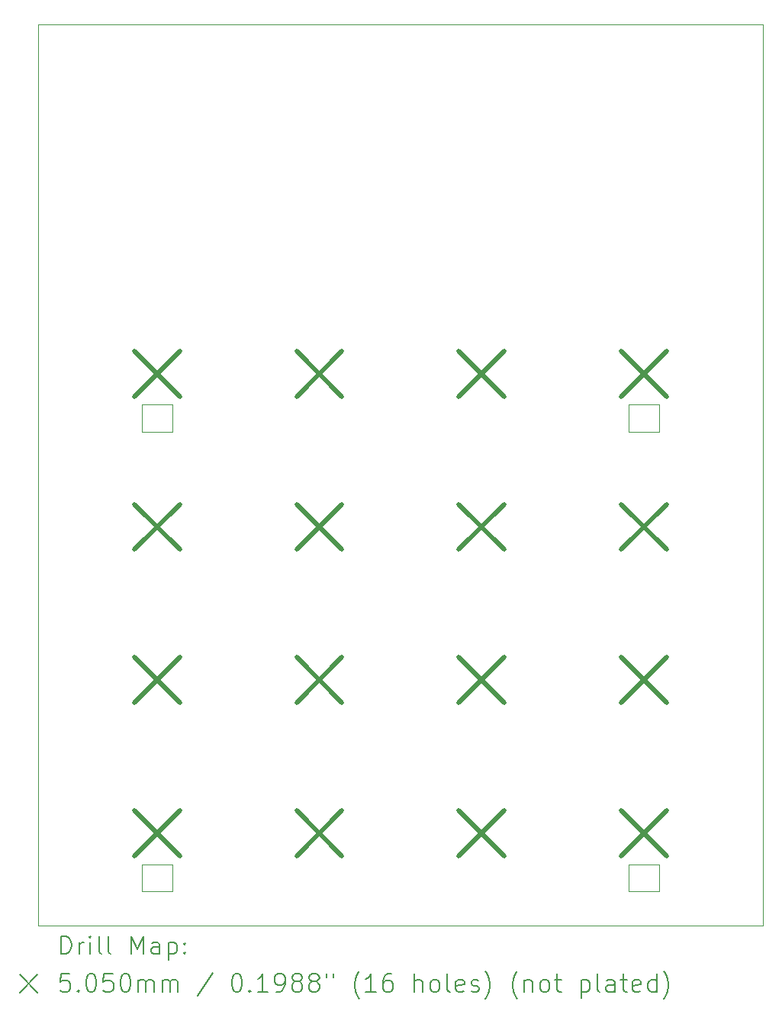
<source format=gbr>
%TF.GenerationSoftware,KiCad,Pcbnew,8.0.6*%
%TF.CreationDate,2024-10-20T21:42:17+02:00*%
%TF.ProjectId,macropad,6d616372-6f70-4616-942e-6b696361645f,v7.6*%
%TF.SameCoordinates,Original*%
%TF.FileFunction,Drillmap*%
%TF.FilePolarity,Positive*%
%FSLAX45Y45*%
G04 Gerber Fmt 4.5, Leading zero omitted, Abs format (unit mm)*
G04 Created by KiCad (PCBNEW 8.0.6) date 2024-10-20 21:42:17*
%MOMM*%
%LPD*%
G01*
G04 APERTURE LIST*
%ADD10C,0.050000*%
%ADD11C,0.120000*%
%ADD12C,0.200000*%
%ADD13C,0.505000*%
G04 APERTURE END LIST*
D10*
X8050000Y0D02*
X0Y0D01*
X0Y0D02*
X0Y-10000000D01*
X0Y-10000000D02*
X8050000Y-10000000D01*
X8050000Y-10000000D02*
X8050000Y0D01*
D11*
X6555000Y-9318000D02*
X6555000Y-9618000D01*
X6555000Y-9618000D02*
X6895000Y-9618000D01*
X6895000Y-9318000D02*
X6555000Y-9318000D01*
X6895000Y-9618000D02*
X6895000Y-9318000D01*
X6555000Y-4218000D02*
X6555000Y-4518000D01*
X6555000Y-4518000D02*
X6895000Y-4518000D01*
X6895000Y-4218000D02*
X6555000Y-4218000D01*
X6895000Y-4518000D02*
X6895000Y-4218000D01*
X1155000Y-4218000D02*
X1155000Y-4518000D01*
X1155000Y-4518000D02*
X1495000Y-4518000D01*
X1495000Y-4218000D02*
X1155000Y-4218000D01*
X1495000Y-4518000D02*
X1495000Y-4218000D01*
X1155000Y-9318000D02*
X1155000Y-9618000D01*
X1155000Y-9618000D02*
X1495000Y-9618000D01*
X1495000Y-9318000D02*
X1155000Y-9318000D01*
X1495000Y-9618000D02*
X1495000Y-9318000D01*
D12*
D13*
X1072500Y-3622500D02*
X1577500Y-4127500D01*
X1577500Y-3622500D02*
X1072500Y-4127500D01*
X1072500Y-5322500D02*
X1577500Y-5827500D01*
X1577500Y-5322500D02*
X1072500Y-5827500D01*
X1072500Y-7022500D02*
X1577500Y-7527500D01*
X1577500Y-7022500D02*
X1072500Y-7527500D01*
X1072500Y-8722500D02*
X1577500Y-9227500D01*
X1577500Y-8722500D02*
X1072500Y-9227500D01*
X2872500Y-3622500D02*
X3377500Y-4127500D01*
X3377500Y-3622500D02*
X2872500Y-4127500D01*
X2872500Y-5322500D02*
X3377500Y-5827500D01*
X3377500Y-5322500D02*
X2872500Y-5827500D01*
X2872500Y-7022500D02*
X3377500Y-7527500D01*
X3377500Y-7022500D02*
X2872500Y-7527500D01*
X2872500Y-8722500D02*
X3377500Y-9227500D01*
X3377500Y-8722500D02*
X2872500Y-9227500D01*
X4672500Y-3622500D02*
X5177500Y-4127500D01*
X5177500Y-3622500D02*
X4672500Y-4127500D01*
X4672500Y-5322500D02*
X5177500Y-5827500D01*
X5177500Y-5322500D02*
X4672500Y-5827500D01*
X4672500Y-7022500D02*
X5177500Y-7527500D01*
X5177500Y-7022500D02*
X4672500Y-7527500D01*
X4672500Y-8722500D02*
X5177500Y-9227500D01*
X5177500Y-8722500D02*
X4672500Y-9227500D01*
X6472500Y-3622500D02*
X6977500Y-4127500D01*
X6977500Y-3622500D02*
X6472500Y-4127500D01*
X6472500Y-5322500D02*
X6977500Y-5827500D01*
X6977500Y-5322500D02*
X6472500Y-5827500D01*
X6472500Y-7022500D02*
X6977500Y-7527500D01*
X6977500Y-7022500D02*
X6472500Y-7527500D01*
X6472500Y-8722500D02*
X6977500Y-9227500D01*
X6977500Y-8722500D02*
X6472500Y-9227500D01*
D12*
X258277Y-10313984D02*
X258277Y-10113984D01*
X258277Y-10113984D02*
X305896Y-10113984D01*
X305896Y-10113984D02*
X334467Y-10123508D01*
X334467Y-10123508D02*
X353515Y-10142555D01*
X353515Y-10142555D02*
X363039Y-10161603D01*
X363039Y-10161603D02*
X372562Y-10199698D01*
X372562Y-10199698D02*
X372562Y-10228270D01*
X372562Y-10228270D02*
X363039Y-10266365D01*
X363039Y-10266365D02*
X353515Y-10285412D01*
X353515Y-10285412D02*
X334467Y-10304460D01*
X334467Y-10304460D02*
X305896Y-10313984D01*
X305896Y-10313984D02*
X258277Y-10313984D01*
X458277Y-10313984D02*
X458277Y-10180650D01*
X458277Y-10218746D02*
X467801Y-10199698D01*
X467801Y-10199698D02*
X477324Y-10190174D01*
X477324Y-10190174D02*
X496372Y-10180650D01*
X496372Y-10180650D02*
X515420Y-10180650D01*
X582086Y-10313984D02*
X582086Y-10180650D01*
X582086Y-10113984D02*
X572563Y-10123508D01*
X572563Y-10123508D02*
X582086Y-10133031D01*
X582086Y-10133031D02*
X591610Y-10123508D01*
X591610Y-10123508D02*
X582086Y-10113984D01*
X582086Y-10113984D02*
X582086Y-10133031D01*
X705896Y-10313984D02*
X686848Y-10304460D01*
X686848Y-10304460D02*
X677324Y-10285412D01*
X677324Y-10285412D02*
X677324Y-10113984D01*
X810658Y-10313984D02*
X791610Y-10304460D01*
X791610Y-10304460D02*
X782086Y-10285412D01*
X782086Y-10285412D02*
X782086Y-10113984D01*
X1039229Y-10313984D02*
X1039229Y-10113984D01*
X1039229Y-10113984D02*
X1105896Y-10256841D01*
X1105896Y-10256841D02*
X1172563Y-10113984D01*
X1172563Y-10113984D02*
X1172563Y-10313984D01*
X1353515Y-10313984D02*
X1353515Y-10209222D01*
X1353515Y-10209222D02*
X1343991Y-10190174D01*
X1343991Y-10190174D02*
X1324944Y-10180650D01*
X1324944Y-10180650D02*
X1286848Y-10180650D01*
X1286848Y-10180650D02*
X1267801Y-10190174D01*
X1353515Y-10304460D02*
X1334467Y-10313984D01*
X1334467Y-10313984D02*
X1286848Y-10313984D01*
X1286848Y-10313984D02*
X1267801Y-10304460D01*
X1267801Y-10304460D02*
X1258277Y-10285412D01*
X1258277Y-10285412D02*
X1258277Y-10266365D01*
X1258277Y-10266365D02*
X1267801Y-10247317D01*
X1267801Y-10247317D02*
X1286848Y-10237793D01*
X1286848Y-10237793D02*
X1334467Y-10237793D01*
X1334467Y-10237793D02*
X1353515Y-10228270D01*
X1448753Y-10180650D02*
X1448753Y-10380650D01*
X1448753Y-10190174D02*
X1467801Y-10180650D01*
X1467801Y-10180650D02*
X1505896Y-10180650D01*
X1505896Y-10180650D02*
X1524943Y-10190174D01*
X1524943Y-10190174D02*
X1534467Y-10199698D01*
X1534467Y-10199698D02*
X1543991Y-10218746D01*
X1543991Y-10218746D02*
X1543991Y-10275889D01*
X1543991Y-10275889D02*
X1534467Y-10294936D01*
X1534467Y-10294936D02*
X1524943Y-10304460D01*
X1524943Y-10304460D02*
X1505896Y-10313984D01*
X1505896Y-10313984D02*
X1467801Y-10313984D01*
X1467801Y-10313984D02*
X1448753Y-10304460D01*
X1629705Y-10294936D02*
X1639229Y-10304460D01*
X1639229Y-10304460D02*
X1629705Y-10313984D01*
X1629705Y-10313984D02*
X1620182Y-10304460D01*
X1620182Y-10304460D02*
X1629705Y-10294936D01*
X1629705Y-10294936D02*
X1629705Y-10313984D01*
X1629705Y-10190174D02*
X1639229Y-10199698D01*
X1639229Y-10199698D02*
X1629705Y-10209222D01*
X1629705Y-10209222D02*
X1620182Y-10199698D01*
X1620182Y-10199698D02*
X1629705Y-10190174D01*
X1629705Y-10190174D02*
X1629705Y-10209222D01*
X-202500Y-10542500D02*
X-2500Y-10742500D01*
X-2500Y-10542500D02*
X-202500Y-10742500D01*
X353515Y-10533984D02*
X258277Y-10533984D01*
X258277Y-10533984D02*
X248753Y-10629222D01*
X248753Y-10629222D02*
X258277Y-10619698D01*
X258277Y-10619698D02*
X277324Y-10610174D01*
X277324Y-10610174D02*
X324944Y-10610174D01*
X324944Y-10610174D02*
X343991Y-10619698D01*
X343991Y-10619698D02*
X353515Y-10629222D01*
X353515Y-10629222D02*
X363039Y-10648270D01*
X363039Y-10648270D02*
X363039Y-10695889D01*
X363039Y-10695889D02*
X353515Y-10714936D01*
X353515Y-10714936D02*
X343991Y-10724460D01*
X343991Y-10724460D02*
X324944Y-10733984D01*
X324944Y-10733984D02*
X277324Y-10733984D01*
X277324Y-10733984D02*
X258277Y-10724460D01*
X258277Y-10724460D02*
X248753Y-10714936D01*
X448753Y-10714936D02*
X458277Y-10724460D01*
X458277Y-10724460D02*
X448753Y-10733984D01*
X448753Y-10733984D02*
X439229Y-10724460D01*
X439229Y-10724460D02*
X448753Y-10714936D01*
X448753Y-10714936D02*
X448753Y-10733984D01*
X582086Y-10533984D02*
X601134Y-10533984D01*
X601134Y-10533984D02*
X620182Y-10543508D01*
X620182Y-10543508D02*
X629705Y-10553031D01*
X629705Y-10553031D02*
X639229Y-10572079D01*
X639229Y-10572079D02*
X648753Y-10610174D01*
X648753Y-10610174D02*
X648753Y-10657793D01*
X648753Y-10657793D02*
X639229Y-10695889D01*
X639229Y-10695889D02*
X629705Y-10714936D01*
X629705Y-10714936D02*
X620182Y-10724460D01*
X620182Y-10724460D02*
X601134Y-10733984D01*
X601134Y-10733984D02*
X582086Y-10733984D01*
X582086Y-10733984D02*
X563039Y-10724460D01*
X563039Y-10724460D02*
X553515Y-10714936D01*
X553515Y-10714936D02*
X543991Y-10695889D01*
X543991Y-10695889D02*
X534467Y-10657793D01*
X534467Y-10657793D02*
X534467Y-10610174D01*
X534467Y-10610174D02*
X543991Y-10572079D01*
X543991Y-10572079D02*
X553515Y-10553031D01*
X553515Y-10553031D02*
X563039Y-10543508D01*
X563039Y-10543508D02*
X582086Y-10533984D01*
X829705Y-10533984D02*
X734467Y-10533984D01*
X734467Y-10533984D02*
X724943Y-10629222D01*
X724943Y-10629222D02*
X734467Y-10619698D01*
X734467Y-10619698D02*
X753515Y-10610174D01*
X753515Y-10610174D02*
X801134Y-10610174D01*
X801134Y-10610174D02*
X820182Y-10619698D01*
X820182Y-10619698D02*
X829705Y-10629222D01*
X829705Y-10629222D02*
X839229Y-10648270D01*
X839229Y-10648270D02*
X839229Y-10695889D01*
X839229Y-10695889D02*
X829705Y-10714936D01*
X829705Y-10714936D02*
X820182Y-10724460D01*
X820182Y-10724460D02*
X801134Y-10733984D01*
X801134Y-10733984D02*
X753515Y-10733984D01*
X753515Y-10733984D02*
X734467Y-10724460D01*
X734467Y-10724460D02*
X724943Y-10714936D01*
X963039Y-10533984D02*
X982086Y-10533984D01*
X982086Y-10533984D02*
X1001134Y-10543508D01*
X1001134Y-10543508D02*
X1010658Y-10553031D01*
X1010658Y-10553031D02*
X1020182Y-10572079D01*
X1020182Y-10572079D02*
X1029705Y-10610174D01*
X1029705Y-10610174D02*
X1029705Y-10657793D01*
X1029705Y-10657793D02*
X1020182Y-10695889D01*
X1020182Y-10695889D02*
X1010658Y-10714936D01*
X1010658Y-10714936D02*
X1001134Y-10724460D01*
X1001134Y-10724460D02*
X982086Y-10733984D01*
X982086Y-10733984D02*
X963039Y-10733984D01*
X963039Y-10733984D02*
X943991Y-10724460D01*
X943991Y-10724460D02*
X934467Y-10714936D01*
X934467Y-10714936D02*
X924943Y-10695889D01*
X924943Y-10695889D02*
X915420Y-10657793D01*
X915420Y-10657793D02*
X915420Y-10610174D01*
X915420Y-10610174D02*
X924943Y-10572079D01*
X924943Y-10572079D02*
X934467Y-10553031D01*
X934467Y-10553031D02*
X943991Y-10543508D01*
X943991Y-10543508D02*
X963039Y-10533984D01*
X1115420Y-10733984D02*
X1115420Y-10600650D01*
X1115420Y-10619698D02*
X1124944Y-10610174D01*
X1124944Y-10610174D02*
X1143991Y-10600650D01*
X1143991Y-10600650D02*
X1172563Y-10600650D01*
X1172563Y-10600650D02*
X1191610Y-10610174D01*
X1191610Y-10610174D02*
X1201134Y-10629222D01*
X1201134Y-10629222D02*
X1201134Y-10733984D01*
X1201134Y-10629222D02*
X1210658Y-10610174D01*
X1210658Y-10610174D02*
X1229705Y-10600650D01*
X1229705Y-10600650D02*
X1258277Y-10600650D01*
X1258277Y-10600650D02*
X1277325Y-10610174D01*
X1277325Y-10610174D02*
X1286848Y-10629222D01*
X1286848Y-10629222D02*
X1286848Y-10733984D01*
X1382086Y-10733984D02*
X1382086Y-10600650D01*
X1382086Y-10619698D02*
X1391610Y-10610174D01*
X1391610Y-10610174D02*
X1410658Y-10600650D01*
X1410658Y-10600650D02*
X1439229Y-10600650D01*
X1439229Y-10600650D02*
X1458277Y-10610174D01*
X1458277Y-10610174D02*
X1467801Y-10629222D01*
X1467801Y-10629222D02*
X1467801Y-10733984D01*
X1467801Y-10629222D02*
X1477324Y-10610174D01*
X1477324Y-10610174D02*
X1496372Y-10600650D01*
X1496372Y-10600650D02*
X1524943Y-10600650D01*
X1524943Y-10600650D02*
X1543991Y-10610174D01*
X1543991Y-10610174D02*
X1553515Y-10629222D01*
X1553515Y-10629222D02*
X1553515Y-10733984D01*
X1943991Y-10524460D02*
X1772563Y-10781603D01*
X2201134Y-10533984D02*
X2220182Y-10533984D01*
X2220182Y-10533984D02*
X2239229Y-10543508D01*
X2239229Y-10543508D02*
X2248753Y-10553031D01*
X2248753Y-10553031D02*
X2258277Y-10572079D01*
X2258277Y-10572079D02*
X2267801Y-10610174D01*
X2267801Y-10610174D02*
X2267801Y-10657793D01*
X2267801Y-10657793D02*
X2258277Y-10695889D01*
X2258277Y-10695889D02*
X2248753Y-10714936D01*
X2248753Y-10714936D02*
X2239229Y-10724460D01*
X2239229Y-10724460D02*
X2220182Y-10733984D01*
X2220182Y-10733984D02*
X2201134Y-10733984D01*
X2201134Y-10733984D02*
X2182087Y-10724460D01*
X2182087Y-10724460D02*
X2172563Y-10714936D01*
X2172563Y-10714936D02*
X2163039Y-10695889D01*
X2163039Y-10695889D02*
X2153515Y-10657793D01*
X2153515Y-10657793D02*
X2153515Y-10610174D01*
X2153515Y-10610174D02*
X2163039Y-10572079D01*
X2163039Y-10572079D02*
X2172563Y-10553031D01*
X2172563Y-10553031D02*
X2182087Y-10543508D01*
X2182087Y-10543508D02*
X2201134Y-10533984D01*
X2353515Y-10714936D02*
X2363039Y-10724460D01*
X2363039Y-10724460D02*
X2353515Y-10733984D01*
X2353515Y-10733984D02*
X2343991Y-10724460D01*
X2343991Y-10724460D02*
X2353515Y-10714936D01*
X2353515Y-10714936D02*
X2353515Y-10733984D01*
X2553515Y-10733984D02*
X2439229Y-10733984D01*
X2496372Y-10733984D02*
X2496372Y-10533984D01*
X2496372Y-10533984D02*
X2477325Y-10562555D01*
X2477325Y-10562555D02*
X2458277Y-10581603D01*
X2458277Y-10581603D02*
X2439229Y-10591127D01*
X2648753Y-10733984D02*
X2686848Y-10733984D01*
X2686848Y-10733984D02*
X2705896Y-10724460D01*
X2705896Y-10724460D02*
X2715420Y-10714936D01*
X2715420Y-10714936D02*
X2734468Y-10686365D01*
X2734468Y-10686365D02*
X2743991Y-10648270D01*
X2743991Y-10648270D02*
X2743991Y-10572079D01*
X2743991Y-10572079D02*
X2734468Y-10553031D01*
X2734468Y-10553031D02*
X2724944Y-10543508D01*
X2724944Y-10543508D02*
X2705896Y-10533984D01*
X2705896Y-10533984D02*
X2667801Y-10533984D01*
X2667801Y-10533984D02*
X2648753Y-10543508D01*
X2648753Y-10543508D02*
X2639229Y-10553031D01*
X2639229Y-10553031D02*
X2629706Y-10572079D01*
X2629706Y-10572079D02*
X2629706Y-10619698D01*
X2629706Y-10619698D02*
X2639229Y-10638746D01*
X2639229Y-10638746D02*
X2648753Y-10648270D01*
X2648753Y-10648270D02*
X2667801Y-10657793D01*
X2667801Y-10657793D02*
X2705896Y-10657793D01*
X2705896Y-10657793D02*
X2724944Y-10648270D01*
X2724944Y-10648270D02*
X2734468Y-10638746D01*
X2734468Y-10638746D02*
X2743991Y-10619698D01*
X2858277Y-10619698D02*
X2839229Y-10610174D01*
X2839229Y-10610174D02*
X2829706Y-10600650D01*
X2829706Y-10600650D02*
X2820182Y-10581603D01*
X2820182Y-10581603D02*
X2820182Y-10572079D01*
X2820182Y-10572079D02*
X2829706Y-10553031D01*
X2829706Y-10553031D02*
X2839229Y-10543508D01*
X2839229Y-10543508D02*
X2858277Y-10533984D01*
X2858277Y-10533984D02*
X2896372Y-10533984D01*
X2896372Y-10533984D02*
X2915420Y-10543508D01*
X2915420Y-10543508D02*
X2924944Y-10553031D01*
X2924944Y-10553031D02*
X2934467Y-10572079D01*
X2934467Y-10572079D02*
X2934467Y-10581603D01*
X2934467Y-10581603D02*
X2924944Y-10600650D01*
X2924944Y-10600650D02*
X2915420Y-10610174D01*
X2915420Y-10610174D02*
X2896372Y-10619698D01*
X2896372Y-10619698D02*
X2858277Y-10619698D01*
X2858277Y-10619698D02*
X2839229Y-10629222D01*
X2839229Y-10629222D02*
X2829706Y-10638746D01*
X2829706Y-10638746D02*
X2820182Y-10657793D01*
X2820182Y-10657793D02*
X2820182Y-10695889D01*
X2820182Y-10695889D02*
X2829706Y-10714936D01*
X2829706Y-10714936D02*
X2839229Y-10724460D01*
X2839229Y-10724460D02*
X2858277Y-10733984D01*
X2858277Y-10733984D02*
X2896372Y-10733984D01*
X2896372Y-10733984D02*
X2915420Y-10724460D01*
X2915420Y-10724460D02*
X2924944Y-10714936D01*
X2924944Y-10714936D02*
X2934467Y-10695889D01*
X2934467Y-10695889D02*
X2934467Y-10657793D01*
X2934467Y-10657793D02*
X2924944Y-10638746D01*
X2924944Y-10638746D02*
X2915420Y-10629222D01*
X2915420Y-10629222D02*
X2896372Y-10619698D01*
X3048753Y-10619698D02*
X3029706Y-10610174D01*
X3029706Y-10610174D02*
X3020182Y-10600650D01*
X3020182Y-10600650D02*
X3010658Y-10581603D01*
X3010658Y-10581603D02*
X3010658Y-10572079D01*
X3010658Y-10572079D02*
X3020182Y-10553031D01*
X3020182Y-10553031D02*
X3029706Y-10543508D01*
X3029706Y-10543508D02*
X3048753Y-10533984D01*
X3048753Y-10533984D02*
X3086848Y-10533984D01*
X3086848Y-10533984D02*
X3105896Y-10543508D01*
X3105896Y-10543508D02*
X3115420Y-10553031D01*
X3115420Y-10553031D02*
X3124944Y-10572079D01*
X3124944Y-10572079D02*
X3124944Y-10581603D01*
X3124944Y-10581603D02*
X3115420Y-10600650D01*
X3115420Y-10600650D02*
X3105896Y-10610174D01*
X3105896Y-10610174D02*
X3086848Y-10619698D01*
X3086848Y-10619698D02*
X3048753Y-10619698D01*
X3048753Y-10619698D02*
X3029706Y-10629222D01*
X3029706Y-10629222D02*
X3020182Y-10638746D01*
X3020182Y-10638746D02*
X3010658Y-10657793D01*
X3010658Y-10657793D02*
X3010658Y-10695889D01*
X3010658Y-10695889D02*
X3020182Y-10714936D01*
X3020182Y-10714936D02*
X3029706Y-10724460D01*
X3029706Y-10724460D02*
X3048753Y-10733984D01*
X3048753Y-10733984D02*
X3086848Y-10733984D01*
X3086848Y-10733984D02*
X3105896Y-10724460D01*
X3105896Y-10724460D02*
X3115420Y-10714936D01*
X3115420Y-10714936D02*
X3124944Y-10695889D01*
X3124944Y-10695889D02*
X3124944Y-10657793D01*
X3124944Y-10657793D02*
X3115420Y-10638746D01*
X3115420Y-10638746D02*
X3105896Y-10629222D01*
X3105896Y-10629222D02*
X3086848Y-10619698D01*
X3201134Y-10533984D02*
X3201134Y-10572079D01*
X3277325Y-10533984D02*
X3277325Y-10572079D01*
X3572563Y-10810174D02*
X3563039Y-10800650D01*
X3563039Y-10800650D02*
X3543991Y-10772079D01*
X3543991Y-10772079D02*
X3534468Y-10753031D01*
X3534468Y-10753031D02*
X3524944Y-10724460D01*
X3524944Y-10724460D02*
X3515420Y-10676841D01*
X3515420Y-10676841D02*
X3515420Y-10638746D01*
X3515420Y-10638746D02*
X3524944Y-10591127D01*
X3524944Y-10591127D02*
X3534468Y-10562555D01*
X3534468Y-10562555D02*
X3543991Y-10543508D01*
X3543991Y-10543508D02*
X3563039Y-10514936D01*
X3563039Y-10514936D02*
X3572563Y-10505412D01*
X3753515Y-10733984D02*
X3639229Y-10733984D01*
X3696372Y-10733984D02*
X3696372Y-10533984D01*
X3696372Y-10533984D02*
X3677325Y-10562555D01*
X3677325Y-10562555D02*
X3658277Y-10581603D01*
X3658277Y-10581603D02*
X3639229Y-10591127D01*
X3924944Y-10533984D02*
X3886848Y-10533984D01*
X3886848Y-10533984D02*
X3867801Y-10543508D01*
X3867801Y-10543508D02*
X3858277Y-10553031D01*
X3858277Y-10553031D02*
X3839229Y-10581603D01*
X3839229Y-10581603D02*
X3829706Y-10619698D01*
X3829706Y-10619698D02*
X3829706Y-10695889D01*
X3829706Y-10695889D02*
X3839229Y-10714936D01*
X3839229Y-10714936D02*
X3848753Y-10724460D01*
X3848753Y-10724460D02*
X3867801Y-10733984D01*
X3867801Y-10733984D02*
X3905896Y-10733984D01*
X3905896Y-10733984D02*
X3924944Y-10724460D01*
X3924944Y-10724460D02*
X3934468Y-10714936D01*
X3934468Y-10714936D02*
X3943991Y-10695889D01*
X3943991Y-10695889D02*
X3943991Y-10648270D01*
X3943991Y-10648270D02*
X3934468Y-10629222D01*
X3934468Y-10629222D02*
X3924944Y-10619698D01*
X3924944Y-10619698D02*
X3905896Y-10610174D01*
X3905896Y-10610174D02*
X3867801Y-10610174D01*
X3867801Y-10610174D02*
X3848753Y-10619698D01*
X3848753Y-10619698D02*
X3839229Y-10629222D01*
X3839229Y-10629222D02*
X3829706Y-10648270D01*
X4182087Y-10733984D02*
X4182087Y-10533984D01*
X4267801Y-10733984D02*
X4267801Y-10629222D01*
X4267801Y-10629222D02*
X4258277Y-10610174D01*
X4258277Y-10610174D02*
X4239230Y-10600650D01*
X4239230Y-10600650D02*
X4210658Y-10600650D01*
X4210658Y-10600650D02*
X4191610Y-10610174D01*
X4191610Y-10610174D02*
X4182087Y-10619698D01*
X4391611Y-10733984D02*
X4372563Y-10724460D01*
X4372563Y-10724460D02*
X4363039Y-10714936D01*
X4363039Y-10714936D02*
X4353515Y-10695889D01*
X4353515Y-10695889D02*
X4353515Y-10638746D01*
X4353515Y-10638746D02*
X4363039Y-10619698D01*
X4363039Y-10619698D02*
X4372563Y-10610174D01*
X4372563Y-10610174D02*
X4391611Y-10600650D01*
X4391611Y-10600650D02*
X4420182Y-10600650D01*
X4420182Y-10600650D02*
X4439230Y-10610174D01*
X4439230Y-10610174D02*
X4448753Y-10619698D01*
X4448753Y-10619698D02*
X4458277Y-10638746D01*
X4458277Y-10638746D02*
X4458277Y-10695889D01*
X4458277Y-10695889D02*
X4448753Y-10714936D01*
X4448753Y-10714936D02*
X4439230Y-10724460D01*
X4439230Y-10724460D02*
X4420182Y-10733984D01*
X4420182Y-10733984D02*
X4391611Y-10733984D01*
X4572563Y-10733984D02*
X4553515Y-10724460D01*
X4553515Y-10724460D02*
X4543992Y-10705412D01*
X4543992Y-10705412D02*
X4543992Y-10533984D01*
X4724944Y-10724460D02*
X4705896Y-10733984D01*
X4705896Y-10733984D02*
X4667801Y-10733984D01*
X4667801Y-10733984D02*
X4648753Y-10724460D01*
X4648753Y-10724460D02*
X4639230Y-10705412D01*
X4639230Y-10705412D02*
X4639230Y-10629222D01*
X4639230Y-10629222D02*
X4648753Y-10610174D01*
X4648753Y-10610174D02*
X4667801Y-10600650D01*
X4667801Y-10600650D02*
X4705896Y-10600650D01*
X4705896Y-10600650D02*
X4724944Y-10610174D01*
X4724944Y-10610174D02*
X4734468Y-10629222D01*
X4734468Y-10629222D02*
X4734468Y-10648270D01*
X4734468Y-10648270D02*
X4639230Y-10667317D01*
X4810658Y-10724460D02*
X4829706Y-10733984D01*
X4829706Y-10733984D02*
X4867801Y-10733984D01*
X4867801Y-10733984D02*
X4886849Y-10724460D01*
X4886849Y-10724460D02*
X4896373Y-10705412D01*
X4896373Y-10705412D02*
X4896373Y-10695889D01*
X4896373Y-10695889D02*
X4886849Y-10676841D01*
X4886849Y-10676841D02*
X4867801Y-10667317D01*
X4867801Y-10667317D02*
X4839230Y-10667317D01*
X4839230Y-10667317D02*
X4820182Y-10657793D01*
X4820182Y-10657793D02*
X4810658Y-10638746D01*
X4810658Y-10638746D02*
X4810658Y-10629222D01*
X4810658Y-10629222D02*
X4820182Y-10610174D01*
X4820182Y-10610174D02*
X4839230Y-10600650D01*
X4839230Y-10600650D02*
X4867801Y-10600650D01*
X4867801Y-10600650D02*
X4886849Y-10610174D01*
X4963039Y-10810174D02*
X4972563Y-10800650D01*
X4972563Y-10800650D02*
X4991611Y-10772079D01*
X4991611Y-10772079D02*
X5001134Y-10753031D01*
X5001134Y-10753031D02*
X5010658Y-10724460D01*
X5010658Y-10724460D02*
X5020182Y-10676841D01*
X5020182Y-10676841D02*
X5020182Y-10638746D01*
X5020182Y-10638746D02*
X5010658Y-10591127D01*
X5010658Y-10591127D02*
X5001134Y-10562555D01*
X5001134Y-10562555D02*
X4991611Y-10543508D01*
X4991611Y-10543508D02*
X4972563Y-10514936D01*
X4972563Y-10514936D02*
X4963039Y-10505412D01*
X5324944Y-10810174D02*
X5315420Y-10800650D01*
X5315420Y-10800650D02*
X5296373Y-10772079D01*
X5296373Y-10772079D02*
X5286849Y-10753031D01*
X5286849Y-10753031D02*
X5277325Y-10724460D01*
X5277325Y-10724460D02*
X5267801Y-10676841D01*
X5267801Y-10676841D02*
X5267801Y-10638746D01*
X5267801Y-10638746D02*
X5277325Y-10591127D01*
X5277325Y-10591127D02*
X5286849Y-10562555D01*
X5286849Y-10562555D02*
X5296373Y-10543508D01*
X5296373Y-10543508D02*
X5315420Y-10514936D01*
X5315420Y-10514936D02*
X5324944Y-10505412D01*
X5401134Y-10600650D02*
X5401134Y-10733984D01*
X5401134Y-10619698D02*
X5410658Y-10610174D01*
X5410658Y-10610174D02*
X5429706Y-10600650D01*
X5429706Y-10600650D02*
X5458277Y-10600650D01*
X5458277Y-10600650D02*
X5477325Y-10610174D01*
X5477325Y-10610174D02*
X5486849Y-10629222D01*
X5486849Y-10629222D02*
X5486849Y-10733984D01*
X5610658Y-10733984D02*
X5591611Y-10724460D01*
X5591611Y-10724460D02*
X5582087Y-10714936D01*
X5582087Y-10714936D02*
X5572563Y-10695889D01*
X5572563Y-10695889D02*
X5572563Y-10638746D01*
X5572563Y-10638746D02*
X5582087Y-10619698D01*
X5582087Y-10619698D02*
X5591611Y-10610174D01*
X5591611Y-10610174D02*
X5610658Y-10600650D01*
X5610658Y-10600650D02*
X5639230Y-10600650D01*
X5639230Y-10600650D02*
X5658277Y-10610174D01*
X5658277Y-10610174D02*
X5667801Y-10619698D01*
X5667801Y-10619698D02*
X5677325Y-10638746D01*
X5677325Y-10638746D02*
X5677325Y-10695889D01*
X5677325Y-10695889D02*
X5667801Y-10714936D01*
X5667801Y-10714936D02*
X5658277Y-10724460D01*
X5658277Y-10724460D02*
X5639230Y-10733984D01*
X5639230Y-10733984D02*
X5610658Y-10733984D01*
X5734468Y-10600650D02*
X5810658Y-10600650D01*
X5763039Y-10533984D02*
X5763039Y-10705412D01*
X5763039Y-10705412D02*
X5772563Y-10724460D01*
X5772563Y-10724460D02*
X5791611Y-10733984D01*
X5791611Y-10733984D02*
X5810658Y-10733984D01*
X6029706Y-10600650D02*
X6029706Y-10800650D01*
X6029706Y-10610174D02*
X6048753Y-10600650D01*
X6048753Y-10600650D02*
X6086849Y-10600650D01*
X6086849Y-10600650D02*
X6105896Y-10610174D01*
X6105896Y-10610174D02*
X6115420Y-10619698D01*
X6115420Y-10619698D02*
X6124944Y-10638746D01*
X6124944Y-10638746D02*
X6124944Y-10695889D01*
X6124944Y-10695889D02*
X6115420Y-10714936D01*
X6115420Y-10714936D02*
X6105896Y-10724460D01*
X6105896Y-10724460D02*
X6086849Y-10733984D01*
X6086849Y-10733984D02*
X6048753Y-10733984D01*
X6048753Y-10733984D02*
X6029706Y-10724460D01*
X6239230Y-10733984D02*
X6220182Y-10724460D01*
X6220182Y-10724460D02*
X6210658Y-10705412D01*
X6210658Y-10705412D02*
X6210658Y-10533984D01*
X6401134Y-10733984D02*
X6401134Y-10629222D01*
X6401134Y-10629222D02*
X6391611Y-10610174D01*
X6391611Y-10610174D02*
X6372563Y-10600650D01*
X6372563Y-10600650D02*
X6334468Y-10600650D01*
X6334468Y-10600650D02*
X6315420Y-10610174D01*
X6401134Y-10724460D02*
X6382087Y-10733984D01*
X6382087Y-10733984D02*
X6334468Y-10733984D01*
X6334468Y-10733984D02*
X6315420Y-10724460D01*
X6315420Y-10724460D02*
X6305896Y-10705412D01*
X6305896Y-10705412D02*
X6305896Y-10686365D01*
X6305896Y-10686365D02*
X6315420Y-10667317D01*
X6315420Y-10667317D02*
X6334468Y-10657793D01*
X6334468Y-10657793D02*
X6382087Y-10657793D01*
X6382087Y-10657793D02*
X6401134Y-10648270D01*
X6467801Y-10600650D02*
X6543992Y-10600650D01*
X6496373Y-10533984D02*
X6496373Y-10705412D01*
X6496373Y-10705412D02*
X6505896Y-10724460D01*
X6505896Y-10724460D02*
X6524944Y-10733984D01*
X6524944Y-10733984D02*
X6543992Y-10733984D01*
X6686849Y-10724460D02*
X6667801Y-10733984D01*
X6667801Y-10733984D02*
X6629706Y-10733984D01*
X6629706Y-10733984D02*
X6610658Y-10724460D01*
X6610658Y-10724460D02*
X6601134Y-10705412D01*
X6601134Y-10705412D02*
X6601134Y-10629222D01*
X6601134Y-10629222D02*
X6610658Y-10610174D01*
X6610658Y-10610174D02*
X6629706Y-10600650D01*
X6629706Y-10600650D02*
X6667801Y-10600650D01*
X6667801Y-10600650D02*
X6686849Y-10610174D01*
X6686849Y-10610174D02*
X6696373Y-10629222D01*
X6696373Y-10629222D02*
X6696373Y-10648270D01*
X6696373Y-10648270D02*
X6601134Y-10667317D01*
X6867801Y-10733984D02*
X6867801Y-10533984D01*
X6867801Y-10724460D02*
X6848754Y-10733984D01*
X6848754Y-10733984D02*
X6810658Y-10733984D01*
X6810658Y-10733984D02*
X6791611Y-10724460D01*
X6791611Y-10724460D02*
X6782087Y-10714936D01*
X6782087Y-10714936D02*
X6772563Y-10695889D01*
X6772563Y-10695889D02*
X6772563Y-10638746D01*
X6772563Y-10638746D02*
X6782087Y-10619698D01*
X6782087Y-10619698D02*
X6791611Y-10610174D01*
X6791611Y-10610174D02*
X6810658Y-10600650D01*
X6810658Y-10600650D02*
X6848754Y-10600650D01*
X6848754Y-10600650D02*
X6867801Y-10610174D01*
X6943992Y-10810174D02*
X6953515Y-10800650D01*
X6953515Y-10800650D02*
X6972563Y-10772079D01*
X6972563Y-10772079D02*
X6982087Y-10753031D01*
X6982087Y-10753031D02*
X6991611Y-10724460D01*
X6991611Y-10724460D02*
X7001134Y-10676841D01*
X7001134Y-10676841D02*
X7001134Y-10638746D01*
X7001134Y-10638746D02*
X6991611Y-10591127D01*
X6991611Y-10591127D02*
X6982087Y-10562555D01*
X6982087Y-10562555D02*
X6972563Y-10543508D01*
X6972563Y-10543508D02*
X6953515Y-10514936D01*
X6953515Y-10514936D02*
X6943992Y-10505412D01*
M02*

</source>
